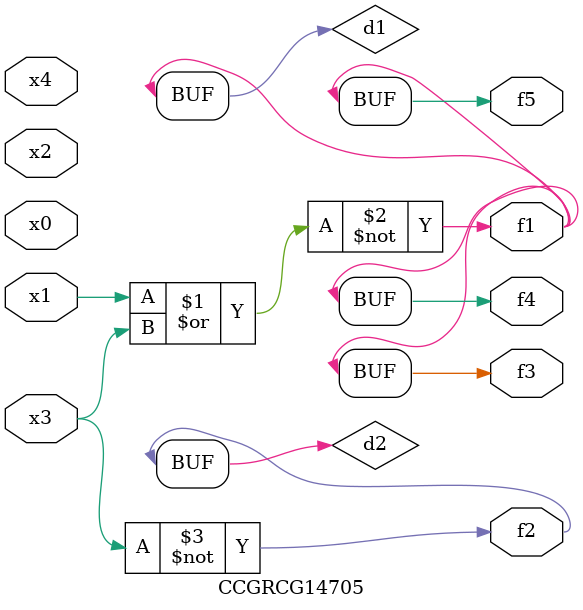
<source format=v>
module CCGRCG14705(
	input x0, x1, x2, x3, x4,
	output f1, f2, f3, f4, f5
);

	wire d1, d2;

	nor (d1, x1, x3);
	not (d2, x3);
	assign f1 = d1;
	assign f2 = d2;
	assign f3 = d1;
	assign f4 = d1;
	assign f5 = d1;
endmodule

</source>
